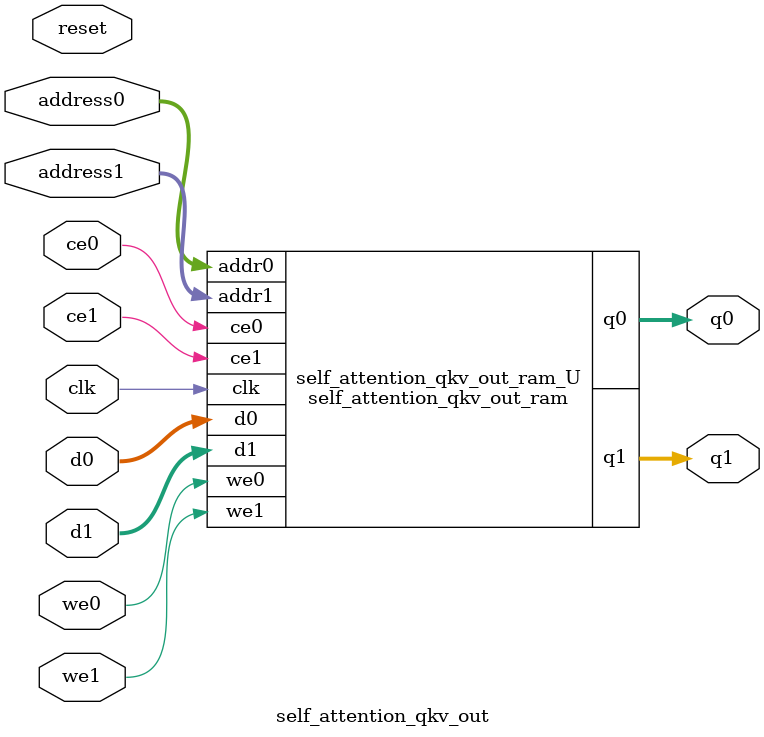
<source format=v>
`timescale 1 ns / 1 ps
module self_attention_qkv_out_ram (addr0, ce0, d0, we0, q0, addr1, ce1, d1, we1, q1,  clk);

parameter DWIDTH = 35;
parameter AWIDTH = 7;
parameter MEM_SIZE = 96;

input[AWIDTH-1:0] addr0;
input ce0;
input[DWIDTH-1:0] d0;
input we0;
output reg[DWIDTH-1:0] q0;
input[AWIDTH-1:0] addr1;
input ce1;
input[DWIDTH-1:0] d1;
input we1;
output reg[DWIDTH-1:0] q1;
input clk;

(* ram_style = "block" *)reg [DWIDTH-1:0] ram[0:MEM_SIZE-1];




always @(posedge clk)  
begin 
    if (ce0) begin
        if (we0) 
            ram[addr0] <= d0; 
        q0 <= ram[addr0];
    end
end


always @(posedge clk)  
begin 
    if (ce1) begin
        if (we1) 
            ram[addr1] <= d1; 
        q1 <= ram[addr1];
    end
end


endmodule

`timescale 1 ns / 1 ps
module self_attention_qkv_out(
    reset,
    clk,
    address0,
    ce0,
    we0,
    d0,
    q0,
    address1,
    ce1,
    we1,
    d1,
    q1);

parameter DataWidth = 32'd35;
parameter AddressRange = 32'd96;
parameter AddressWidth = 32'd7;
input reset;
input clk;
input[AddressWidth - 1:0] address0;
input ce0;
input we0;
input[DataWidth - 1:0] d0;
output[DataWidth - 1:0] q0;
input[AddressWidth - 1:0] address1;
input ce1;
input we1;
input[DataWidth - 1:0] d1;
output[DataWidth - 1:0] q1;



self_attention_qkv_out_ram self_attention_qkv_out_ram_U(
    .clk( clk ),
    .addr0( address0 ),
    .ce0( ce0 ),
    .we0( we0 ),
    .d0( d0 ),
    .q0( q0 ),
    .addr1( address1 ),
    .ce1( ce1 ),
    .we1( we1 ),
    .d1( d1 ),
    .q1( q1 ));

endmodule


</source>
